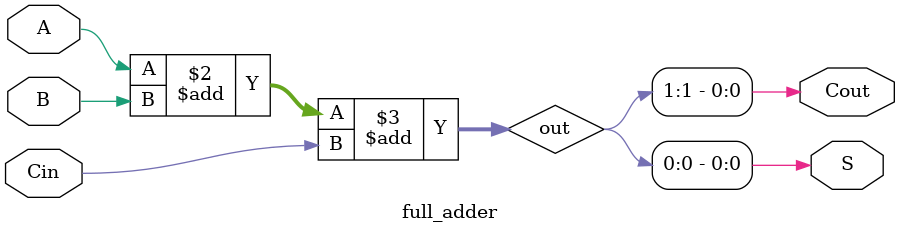
<source format=v>
`timescale 1ns / 1ps


module full_adder(
    input A,B,Cin,
    output reg S,Cout
    );
    
    reg [1:0]out;
    always@(*)begin
    out = A+B+Cin;
     S<= out[0];
    Cout<= out[1];
    
    //{Cout,S}= A+B+Cin;
    
    
    
    end
    
endmodule

</source>
